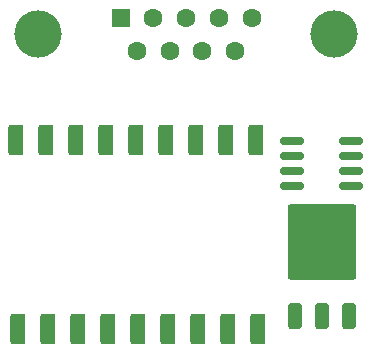
<source format=gbr>
%TF.GenerationSoftware,KiCad,Pcbnew,9.0.6*%
%TF.CreationDate,2025-11-21T12:23:08-05:00*%
%TF.ProjectId,ESP32C6-2,45535033-3243-4362-9d32-2e6b69636164,rev?*%
%TF.SameCoordinates,Original*%
%TF.FileFunction,Soldermask,Top*%
%TF.FilePolarity,Negative*%
%FSLAX46Y46*%
G04 Gerber Fmt 4.6, Leading zero omitted, Abs format (unit mm)*
G04 Created by KiCad (PCBNEW 9.0.6) date 2025-11-21 12:23:08*
%MOMM*%
%LPD*%
G01*
G04 APERTURE LIST*
G04 Aperture macros list*
%AMRoundRect*
0 Rectangle with rounded corners*
0 $1 Rounding radius*
0 $2 $3 $4 $5 $6 $7 $8 $9 X,Y pos of 4 corners*
0 Add a 4 corners polygon primitive as box body*
4,1,4,$2,$3,$4,$5,$6,$7,$8,$9,$2,$3,0*
0 Add four circle primitives for the rounded corners*
1,1,$1+$1,$2,$3*
1,1,$1+$1,$4,$5*
1,1,$1+$1,$6,$7*
1,1,$1+$1,$8,$9*
0 Add four rect primitives between the rounded corners*
20,1,$1+$1,$2,$3,$4,$5,0*
20,1,$1+$1,$4,$5,$6,$7,0*
20,1,$1+$1,$6,$7,$8,$9,0*
20,1,$1+$1,$8,$9,$2,$3,0*%
G04 Aperture macros list end*
%ADD10RoundRect,0.190500X0.444500X-1.079500X0.444500X1.079500X-0.444500X1.079500X-0.444500X-1.079500X0*%
%ADD11RoundRect,0.250000X0.350000X-0.850000X0.350000X0.850000X-0.350000X0.850000X-0.350000X-0.850000X0*%
%ADD12RoundRect,0.249997X2.650003X-2.950003X2.650003X2.950003X-2.650003X2.950003X-2.650003X-2.950003X0*%
%ADD13C,4.000000*%
%ADD14R,1.600000X1.600000*%
%ADD15C,1.600000*%
%ADD16RoundRect,0.150000X-0.825000X-0.150000X0.825000X-0.150000X0.825000X0.150000X-0.825000X0.150000X0*%
G04 APERTURE END LIST*
D10*
%TO.C,U1*%
X118960000Y-78500000D03*
X121500000Y-78500000D03*
X124040000Y-78500000D03*
X126580000Y-78500000D03*
X129120000Y-78500000D03*
X131660000Y-78500000D03*
X134200000Y-78500000D03*
X136740000Y-78500000D03*
X139280000Y-78500000D03*
X118780000Y-62500000D03*
X121320000Y-62500000D03*
X123860000Y-62500000D03*
X126400000Y-62500000D03*
X128940000Y-62500000D03*
X131480000Y-62500000D03*
X134020000Y-62500000D03*
X136560000Y-62500000D03*
X139100000Y-62500000D03*
%TD*%
D11*
%TO.C,U4*%
X142365700Y-77475000D03*
X144645700Y-77475000D03*
D12*
X144645700Y-71175000D03*
D11*
X146925700Y-77475000D03*
%TD*%
D13*
%TO.C,J1*%
X145655000Y-53580000D03*
X120655000Y-53580000D03*
D14*
X127615000Y-52160000D03*
D15*
X130385000Y-52160000D03*
X133155000Y-52160000D03*
X135925000Y-52160000D03*
X138695000Y-52160000D03*
X129000000Y-55000000D03*
X131770000Y-55000000D03*
X134540000Y-55000000D03*
X137310000Y-55000000D03*
%TD*%
D16*
%TO.C,U2*%
X142145700Y-62595000D03*
X142145700Y-63865000D03*
X142145700Y-65135000D03*
X142145700Y-66405000D03*
X147095700Y-66405000D03*
X147095700Y-65135000D03*
X147095700Y-63865000D03*
X147095700Y-62595000D03*
%TD*%
M02*

</source>
